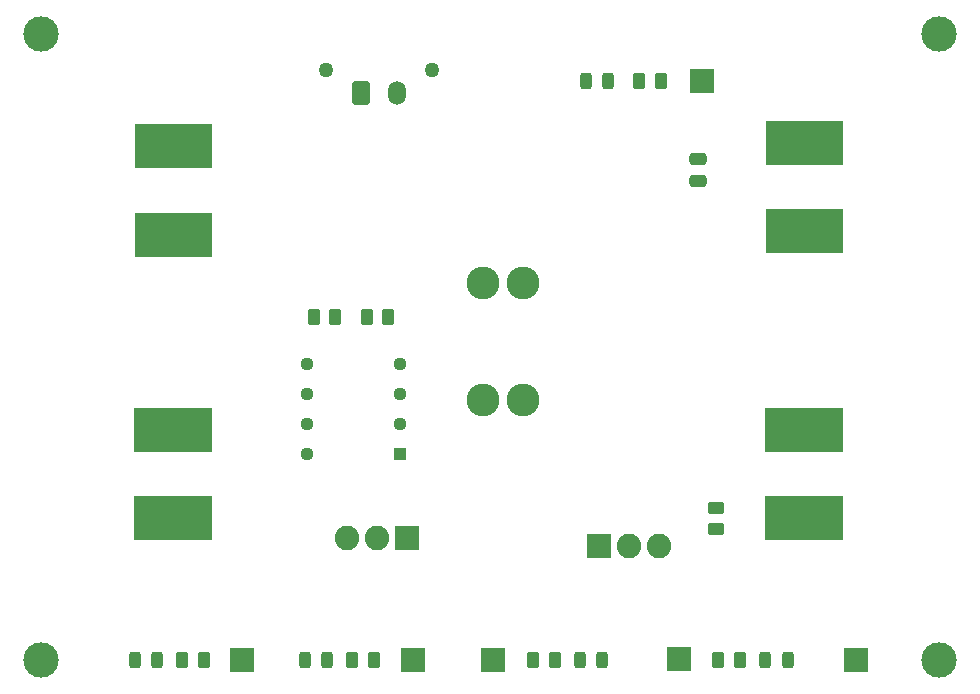
<source format=gbr>
G04 #@! TF.GenerationSoftware,KiCad,Pcbnew,(6.0.7)*
G04 #@! TF.CreationDate,2023-01-28T15:55:42-06:00*
G04 #@! TF.ProjectId,Power-Secondary,506f7765-722d-4536-9563-6f6e64617279,rev?*
G04 #@! TF.SameCoordinates,Original*
G04 #@! TF.FileFunction,Soldermask,Top*
G04 #@! TF.FilePolarity,Negative*
%FSLAX46Y46*%
G04 Gerber Fmt 4.6, Leading zero omitted, Abs format (unit mm)*
G04 Created by KiCad (PCBNEW (6.0.7)) date 2023-01-28 15:55:42*
%MOMM*%
%LPD*%
G01*
G04 APERTURE LIST*
G04 Aperture macros list*
%AMRoundRect*
0 Rectangle with rounded corners*
0 $1 Rounding radius*
0 $2 $3 $4 $5 $6 $7 $8 $9 X,Y pos of 4 corners*
0 Add a 4 corners polygon primitive as box body*
4,1,4,$2,$3,$4,$5,$6,$7,$8,$9,$2,$3,0*
0 Add four circle primitives for the rounded corners*
1,1,$1+$1,$2,$3*
1,1,$1+$1,$4,$5*
1,1,$1+$1,$6,$7*
1,1,$1+$1,$8,$9*
0 Add four rect primitives between the rounded corners*
20,1,$1+$1,$2,$3,$4,$5,0*
20,1,$1+$1,$4,$5,$6,$7,0*
20,1,$1+$1,$6,$7,$8,$9,0*
20,1,$1+$1,$8,$9,$2,$3,0*%
G04 Aperture macros list end*
%ADD10R,3.430000X3.780000*%
%ADD11RoundRect,0.250000X-0.262500X-0.450000X0.262500X-0.450000X0.262500X0.450000X-0.262500X0.450000X0*%
%ADD12RoundRect,0.250000X0.262500X0.450000X-0.262500X0.450000X-0.262500X-0.450000X0.262500X-0.450000X0*%
%ADD13RoundRect,0.243750X-0.243750X-0.456250X0.243750X-0.456250X0.243750X0.456250X-0.243750X0.456250X0*%
%ADD14R,2.000000X2.000000*%
%ADD15C,2.780000*%
%ADD16C,3.000000*%
%ADD17RoundRect,0.243750X0.243750X0.456250X-0.243750X0.456250X-0.243750X-0.456250X0.243750X-0.456250X0*%
%ADD18R,2.085000X2.085000*%
%ADD19C,2.085000*%
%ADD20O,1.500000X2.020000*%
%ADD21RoundRect,0.250001X-0.499999X-0.759999X0.499999X-0.759999X0.499999X0.759999X-0.499999X0.759999X0*%
%ADD22C,1.270000*%
%ADD23RoundRect,0.250000X-0.475000X0.250000X-0.475000X-0.250000X0.475000X-0.250000X0.475000X0.250000X0*%
%ADD24RoundRect,0.250000X-0.450000X0.262500X-0.450000X-0.262500X0.450000X-0.262500X0.450000X0.262500X0*%
%ADD25R,1.130000X1.130000*%
%ADD26C,1.130000*%
G04 APERTURE END LIST*
D10*
X172910000Y-80195000D03*
X176090000Y-80195000D03*
X176090000Y-87685000D03*
X172910000Y-87685000D03*
D11*
X151520000Y-123960000D03*
X153345000Y-123960000D03*
D12*
X123645000Y-123960000D03*
X121820000Y-123960000D03*
D10*
X119460000Y-111980000D03*
X122640000Y-111980000D03*
X122640000Y-104490000D03*
X119460000Y-104490000D03*
X176050000Y-104470000D03*
X172870000Y-104470000D03*
X172870000Y-111960000D03*
X176050000Y-111960000D03*
D13*
X155995000Y-74960000D03*
X157870000Y-74960000D03*
D14*
X148095000Y-123960000D03*
D11*
X132957500Y-94960000D03*
X134782500Y-94960000D03*
D15*
X150700000Y-92040000D03*
X147300000Y-92040000D03*
X150700000Y-101960000D03*
X147300000Y-101960000D03*
D16*
X109870000Y-70960000D03*
D13*
X117795000Y-123960000D03*
X119670000Y-123960000D03*
D17*
X173070000Y-124021250D03*
X171195000Y-124021250D03*
D18*
X140870000Y-113640000D03*
D19*
X138330000Y-113640000D03*
X135790000Y-113640000D03*
D20*
X140000000Y-76000000D03*
D21*
X137000000Y-76000000D03*
D22*
X143000000Y-74040000D03*
X134000000Y-74040000D03*
D14*
X178870000Y-123960000D03*
X126870000Y-123960000D03*
D17*
X157370000Y-123960000D03*
X155495000Y-123960000D03*
D14*
X165870000Y-74960000D03*
D16*
X185870000Y-123960000D03*
D18*
X157140000Y-114310000D03*
D19*
X159680000Y-114310000D03*
X162220000Y-114310000D03*
D13*
X132182500Y-123960000D03*
X134057500Y-123960000D03*
D12*
X138032500Y-123960000D03*
X136207500Y-123960000D03*
D16*
X185870000Y-70960000D03*
X109870000Y-123960000D03*
D23*
X165500000Y-81550000D03*
X165500000Y-83450000D03*
D24*
X167000000Y-111087500D03*
X167000000Y-112912500D03*
D10*
X122680000Y-87960000D03*
X119500000Y-87960000D03*
X119500000Y-80470000D03*
X122680000Y-80470000D03*
D12*
X162345000Y-74960000D03*
X160520000Y-74960000D03*
D14*
X163895000Y-123898750D03*
X141370000Y-123960000D03*
D11*
X167220000Y-124021250D03*
X169045000Y-124021250D03*
D25*
X140300000Y-106545000D03*
D26*
X140300000Y-104005000D03*
X140300000Y-101465000D03*
X140300000Y-98925000D03*
X132360000Y-98925000D03*
X132360000Y-101465000D03*
X132360000Y-104005000D03*
X132360000Y-106545000D03*
D11*
X137457500Y-94960000D03*
X139282500Y-94960000D03*
M02*

</source>
